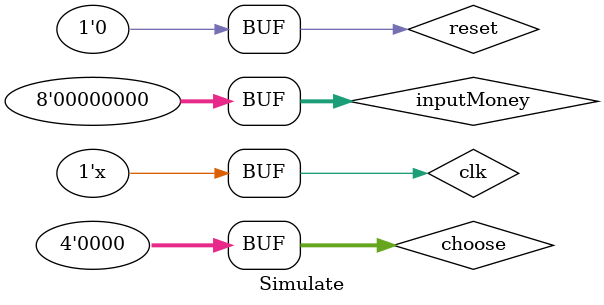
<source format=v>
module Simulate() ;

reg clk, reset ;
reg [7:0] inputMoney ;
reg [3:0]  choose ;
wire [7:0] change ;
wire [3:0] give ; 
wire [7:0] totalMoney ;

AutoVendor autoVendor( give, change, totalMoney, clk, inputMoney, reset, choose ) ;

initial clk = 1'b1;
always #5 clk = ~clk;

initial
begin
/*
// 測試0
 reset = 1;
 choose = 0;
 inputMoney = 0 ;
 # 10 reset = 0;
 # 10 inputMoney = 10;
 # 10 inputMoney = 5;
 # 10 inputMoney = 1;
 # 10 inputMoney = 10;
 # 10 inputMoney = 0;
 
 # 10 choose = 3;
 # 30 choose = 0;
 */

// 測試1
 reset = 1;
 choose = 0;
 inputMoney = 0 ;
 # 10 reset = 0;
 # 10 inputMoney = 10;
 # 10 inputMoney = 1;
 # 10 inputMoney = 10;
 # 10 inputMoney = 0;

 # 10 choose = 3; // coffee
 # 30 choose = 0;

// 測試2
/*
reset = 1 ;
choose = 0;
inputMoney = 0 ;

# 10 reset = 0;
# 10 inputMoney = 5; // 投入五元
# 10 inputMoney = 10; // 投入十元
# 10 inputMoney = 2; // 取消

# 20 inputMoney = 10; // 投入十元
# 10 inputMoney = 10; // 投入十元
# 10 inputMoney = 1; // 投入一元
# 10 inputMoney = 1; // 投入一元
# 10 inputMoney = 1; // 投入一元
# 10 inputMoney = 1; // 投入一元
# 10 inputMoney = 1; // 投入一元
# 10 inputMoney = 0; // 確定不投錢

# 10 choose = 4; // 選擇購買牛奶
# 30 choose = 0; // 等待處理
*/
// 測試3
/*
reset = 1 ;
choose = 0;
inputMoney = 0 ;


# 10 reset = 0;
# 10 inputMoney = 5; // 投入五元
# 10 inputMoney = 10; // 投入十元
# 10 inputMoney = 2; // 取消
# 20 inputMoney = 10; // 投入十元
# 10 inputMoney = 10; // 投入十元
# 10 inputMoney = 0; // 確定不投錢
# 10 choose = 2; // 選擇購買可樂
# 30 choose = 0; // 等待處理
# 10 inputMoney = 10; // 投入十元
# 10 inputMoney = 10; // 投入十元
# 10 inputMoney = 0; // 確定不投錢
# 10 choose = 4; // 選擇購買牛奶
# 30 choose = 0; // 等待處理
# 10 inputMoney = 10; // 投入十元
# 10 inputMoney = 0; // 確定不投錢
# 10 choose = 1; // 選擇購買茶
# 30 choose = 0; // 等待處理
# 10 inputMoney = 50; // 投入五十元
# 10 inputMoney = 0; // 確定不投錢
# 10 choose = 3; // 選擇購買咖啡
# 30 choose = 0; // 等待處理
*/
end

endmodule

</source>
